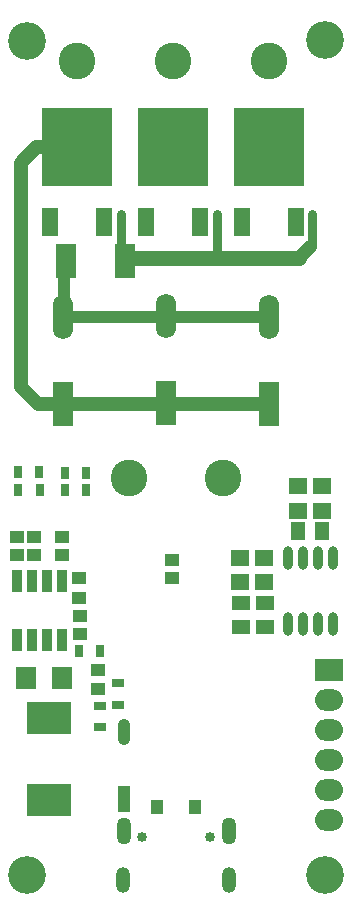
<source format=gbs>
G04*
G04 #@! TF.GenerationSoftware,Altium Limited,Altium Designer,21.3.2 (30)*
G04*
G04 Layer_Color=16711935*
%FSTAX24Y24*%
%MOIN*%
G70*
G04*
G04 #@! TF.SameCoordinates,BF0EC633-498B-4F46-9C25-626D02BDF3A5*
G04*
G04*
G04 #@! TF.FilePolarity,Negative*
G04*
G01*
G75*
%ADD12C,0.0394*%
%ADD48R,0.0434X0.0316*%
%ADD49R,0.0316X0.0434*%
%ADD53R,0.0474X0.0434*%
%ADD54R,0.0474X0.0395*%
%ADD56R,0.0631X0.0513*%
%ADD62R,0.0363X0.0781*%
%ADD66R,0.0552X0.0946*%
%ADD67R,0.2363X0.2600*%
%ADD70C,0.1261*%
%ADD71O,0.0930X0.0730*%
%ADD72R,0.0930X0.0730*%
%ADD73C,0.1222*%
%ADD74C,0.0336*%
%ADD75O,0.0474X0.0867*%
%ADD76O,0.0493X0.0907*%
%ADD106C,0.0315*%
%ADD107C,0.0472*%
%ADD108C,0.0512*%
%ADD109R,0.0513X0.0395*%
%ADD110R,0.1458X0.1104*%
%ADD111R,0.0426X0.0482*%
%ADD112R,0.0680X0.0730*%
%ADD113R,0.0430X0.0880*%
%ADD114O,0.0430X0.0880*%
%ADD115R,0.0671X0.1480*%
%ADD116O,0.0671X0.1480*%
%ADD117R,0.0630X0.0533*%
%ADD118O,0.0316X0.0789*%
%ADD119R,0.0513X0.0631*%
%ADD120R,0.0671X0.1143*%
D12*
X038141Y036438D02*
X044991Y036447D01*
X038148Y037768D02*
X03815Y036615D01*
D48*
X03995Y02351D02*
D03*
X03995Y024225D02*
D03*
X03935Y02275D02*
D03*
X03935Y023465D02*
D03*
D49*
X038195Y03067D02*
D03*
X03891Y03067D02*
D03*
X036635Y03067D02*
D03*
X03735Y03067D02*
D03*
X038655Y02531D02*
D03*
X03937Y02531D02*
D03*
X038907Y03124D02*
D03*
X038192Y03124D02*
D03*
X037344Y031249D02*
D03*
X036629Y031249D02*
D03*
D53*
X04175Y028345D02*
D03*
Y027715D02*
D03*
D54*
X03871Y025853D02*
D03*
X03871Y026467D02*
D03*
X0381Y028493D02*
D03*
X0381Y029107D02*
D03*
X036597Y029107D02*
D03*
X036597Y028493D02*
D03*
X03715Y029107D02*
D03*
X03715Y028493D02*
D03*
X0393Y024657D02*
D03*
X0393Y024043D02*
D03*
D56*
X04405Y026096D02*
D03*
Y026904D02*
D03*
X04485Y026904D02*
D03*
Y026096D02*
D03*
D62*
X0381Y025662D02*
D03*
X0376D02*
D03*
X0371D02*
D03*
X0366D02*
D03*
X0366Y027638D02*
D03*
X0371Y027638D02*
D03*
X0376Y027638D02*
D03*
X0381Y027638D02*
D03*
D66*
X039498Y03961D02*
D03*
X037702D02*
D03*
X042698D02*
D03*
X040902D02*
D03*
X045898D02*
D03*
X044102D02*
D03*
D67*
X0386Y042091D02*
D03*
X0418D02*
D03*
X045D02*
D03*
D70*
X04685Y04565D02*
D03*
X046856Y017828D02*
D03*
X036947Y017822D02*
D03*
X036941Y045644D02*
D03*
D71*
X047Y02065D02*
D03*
Y02365D02*
D03*
Y02265D02*
D03*
Y02165D02*
D03*
Y01965D02*
D03*
D72*
Y02465D02*
D03*
D73*
X043473Y03105D02*
D03*
X040324D02*
D03*
X0386Y04495D02*
D03*
X0418D02*
D03*
X045D02*
D03*
D74*
X040762Y0191D02*
D03*
X043038D02*
D03*
D75*
X040139Y017651D02*
D03*
X043661D02*
D03*
D76*
X040149Y019297D02*
D03*
X043651D02*
D03*
D106*
X046435Y038825D02*
Y03985D01*
X046374Y038764D02*
X046435Y038825D01*
X04005Y03935D02*
Y03985D01*
X04325Y03935D02*
Y03985D01*
X04005Y038447D02*
Y03935D01*
X04325Y038385D02*
Y03935D01*
X04005Y038447D02*
X040112Y038385D01*
D107*
X045995D02*
X046374Y038764D01*
X038135Y033531D02*
X044991Y033538D01*
X038135Y033531D02*
X038141Y033538D01*
X0373Y033531D02*
X038135D01*
X03673Y034101D02*
X0373Y033531D01*
X03673Y04158D02*
X037241Y042091D01*
X03673Y034101D02*
Y04158D01*
X037241Y042091D02*
X0386D01*
D108*
X040112Y038385D02*
X043085D01*
X045995D01*
D109*
X03865Y02772D02*
D03*
Y02706D02*
D03*
D110*
X03765Y020342D02*
D03*
Y023058D02*
D03*
D111*
X042544Y0201D02*
D03*
X041256D02*
D03*
D112*
X0381Y0244D02*
D03*
X0369D02*
D03*
D113*
X04015Y02035D02*
D03*
D114*
Y0226D02*
D03*
D115*
X044991Y033538D02*
D03*
X04155Y03355D02*
D03*
X038141Y033538D02*
D03*
D116*
X044991Y036438D02*
D03*
X04155Y03645D02*
D03*
X038141Y036438D02*
D03*
D117*
X044838Y027589D02*
D03*
Y028411D02*
D03*
X045966Y030801D02*
D03*
Y029979D02*
D03*
X044038Y028411D02*
D03*
Y027589D02*
D03*
X046766Y030801D02*
D03*
Y029979D02*
D03*
D118*
X04562Y028412D02*
D03*
X04612D02*
D03*
X04662D02*
D03*
X04712D02*
D03*
X04562Y026188D02*
D03*
X04612D02*
D03*
X04662D02*
D03*
X04712D02*
D03*
D119*
X04677Y02929D02*
D03*
X045963D02*
D03*
D120*
X038216Y0383D02*
D03*
X040184D02*
D03*
M02*

</source>
